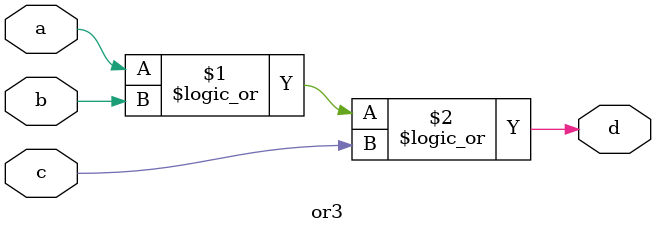
<source format=v>
module or3(a,b,c,d);
input a,b,c;
output d;
assign d = (a || b) || c; 
endmodule

</source>
